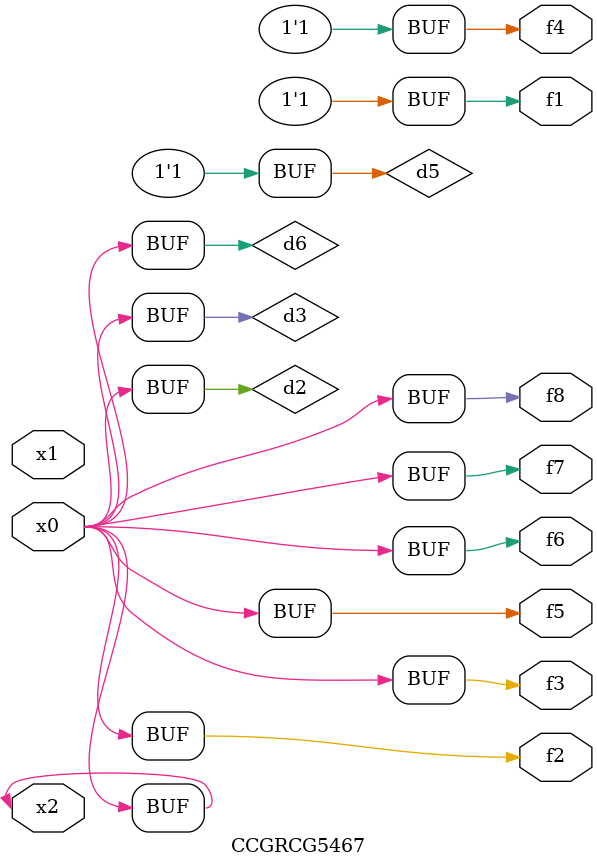
<source format=v>
module CCGRCG5467(
	input x0, x1, x2,
	output f1, f2, f3, f4, f5, f6, f7, f8
);

	wire d1, d2, d3, d4, d5, d6;

	xnor (d1, x2);
	buf (d2, x0, x2);
	and (d3, x0);
	xnor (d4, x1, x2);
	nand (d5, d1, d3);
	buf (d6, d2, d3);
	assign f1 = d5;
	assign f2 = d6;
	assign f3 = d6;
	assign f4 = d5;
	assign f5 = d6;
	assign f6 = d6;
	assign f7 = d6;
	assign f8 = d6;
endmodule

</source>
